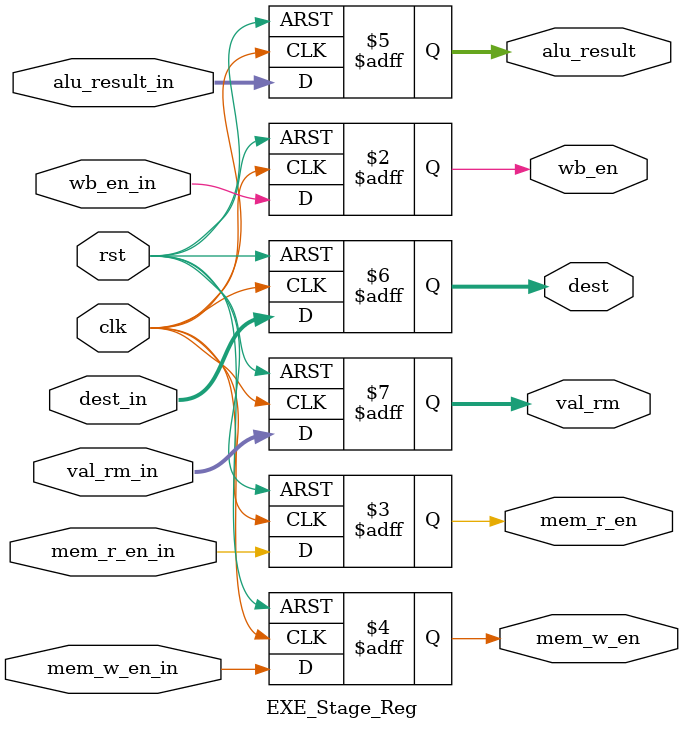
<source format=v>
module EXE_Stage_Reg (input clk, rst, wb_en_in, mem_r_en_in, mem_w_en_in, input [31:0]alu_result_in,
  input [3:0]dest_in, input [31:0]val_rm_in, output reg wb_en, mem_r_en, mem_w_en,
  output reg [31:0]alu_result, output reg [3:0]dest, output reg [31:0]val_rm);

  always @ (posedge clk, posedge rst) begin
    if (rst) begin      
      wb_en <= 1'b0;
      dest <= 4'b0000;
      mem_r_en <= 1'b0;
      mem_w_en <= 1'b0;
      val_rm <= 32'b00000000000000000000000000000000;
      alu_result <= 32'b00000000000000000000000000000000;
    end else begin
      dest <= dest_in;
      wb_en <= wb_en_in;
      val_rm <= val_rm_in;
      mem_r_en <= mem_r_en_in;
      mem_w_en <= mem_w_en_in;
      alu_result <= alu_result_in;
    end
  end

endmodule

</source>
